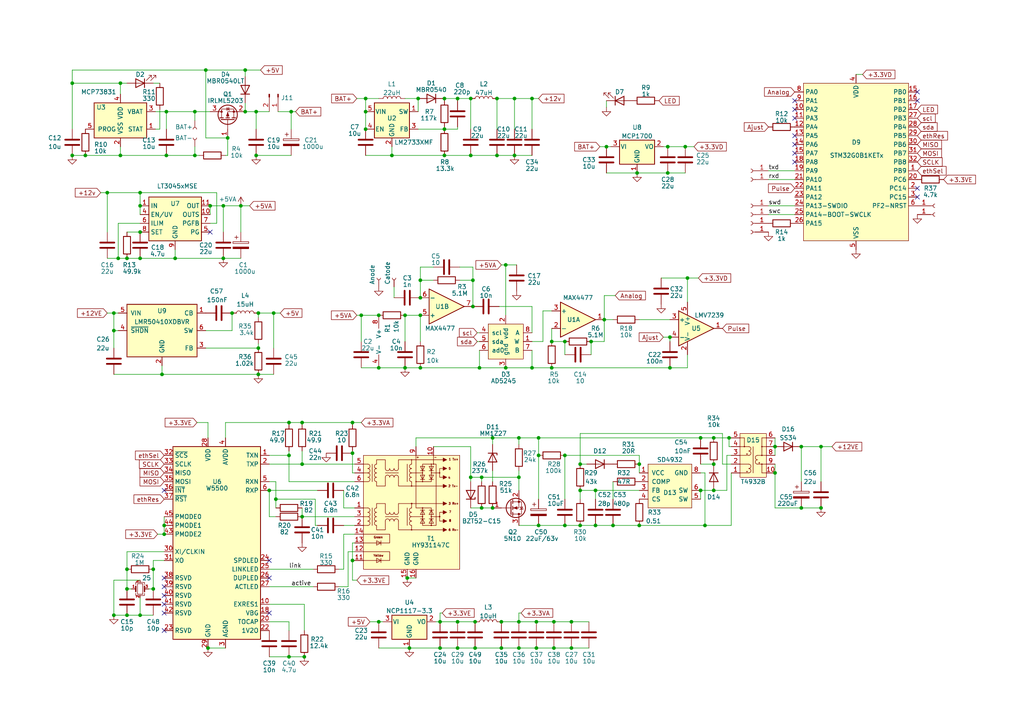
<source format=kicad_sch>
(kicad_sch (version 20211123) (generator eeschema)
  (paper "A4")
  (junction (at 136.525 45.085))
  (junction (at 203.2 127))
  (junction (at 163.83 132.08))
  (junction (at 156.21 132.08))
  (junction (at 160.02 99.06))
  (junction (at 20.955 45.085))
  (junction (at 40.64 59.69))
  (junction (at 146.685 106.68))
  (junction (at 60.325 187.96))
  (junction (at 74.93 90.805))
  (junction (at 171.45 99.06))
  (junction (at 83.82 122.555))
  (junction (at 102.235 131.445))
  (junction (at 175.895 42.545))
  (junction (at 106.045 28.575))
  (junction (at 87.63 134.62))
  (junction (at 40.64 74.93))
  (junction (at 34.29 74.93))
  (junction (at 87.63 122.555))
  (junction (at 47.625 154.94))
  (junction (at 199.39 80.645))
  (junction (at 44.45 165.1))
  (junction (at 87.63 149.86))
  (junction (at 165.735 180.34))
  (junction (at 198.755 42.545))
  (junction (at 64.77 74.93))
  (junction (at 128.905 28.575))
  (junction (at 194.31 106.68))
  (junction (at 88.265 190.5))
  (junction (at 36.83 165.1))
  (junction (at 168.275 152.4))
  (junction (at 109.855 106.68))
  (junction (at 34.925 24.13))
  (junction (at 163.83 99.06))
  (junction (at 83.82 190.5))
  (junction (at 168.275 134.62))
  (junction (at 40.64 67.31))
  (junction (at 128.905 45.085))
  (junction (at 207.01 142.24))
  (junction (at 211.455 127))
  (junction (at 121.285 28.575))
  (junction (at 203.2 142.24))
  (junction (at 194.31 97.79))
  (junction (at 139.7 147.32))
  (junction (at 56.515 45.085))
  (junction (at 156.21 127))
  (junction (at 184.785 50.165))
  (junction (at 224.79 129.54))
  (junction (at 66.04 40.005))
  (junction (at 20.955 24.13))
  (junction (at 109.855 180.34))
  (junction (at 79.375 90.805))
  (junction (at 193.675 50.165))
  (junction (at 102.235 122.555))
  (junction (at 154.305 28.575))
  (junction (at 175.26 92.71))
  (junction (at 238.125 129.54))
  (junction (at 117.475 106.68))
  (junction (at 154.305 106.68))
  (junction (at 155.575 187.96))
  (junction (at 71.12 32.385))
  (junction (at 144.145 28.575))
  (junction (at 50.8 74.93))
  (junction (at 33.02 178.435))
  (junction (at 160.655 187.96))
  (junction (at 40.64 178.435))
  (junction (at 132.715 28.575))
  (junction (at 132.715 180.34))
  (junction (at 142.875 147.32))
  (junction (at 48.26 32.385))
  (junction (at 232.41 147.32))
  (junction (at 74.295 32.385))
  (junction (at 33.02 95.885))
  (junction (at 74.295 45.085))
  (junction (at 132.715 187.96))
  (junction (at 185.42 152.4))
  (junction (at 137.795 180.34))
  (junction (at 139.065 106.68))
  (junction (at 139.7 138.43))
  (junction (at 168.275 142.24))
  (junction (at 74.93 108.585))
  (junction (at 145.415 180.34))
  (junction (at 67.31 90.805))
  (junction (at 204.47 152.4))
  (junction (at 46.99 108.585))
  (junction (at 177.8 152.4))
  (junction (at 232.41 129.54))
  (junction (at 172.72 152.4))
  (junction (at 150.495 138.43))
  (junction (at 44.45 170.815))
  (junction (at 137.16 88.9))
  (junction (at 224.79 137.16))
  (junction (at 31.115 55.88))
  (junction (at 83.82 132.08))
  (junction (at 104.775 91.44))
  (junction (at 146.685 76.835))
  (junction (at 142.875 127))
  (junction (at 59.69 20.32))
  (junction (at 185.42 134.62))
  (junction (at 56.515 32.385))
  (junction (at 145.415 187.96))
  (junction (at 40.64 55.88))
  (junction (at 33.02 90.805))
  (junction (at 150.495 127))
  (junction (at 64.77 59.69))
  (junction (at 117.475 91.44))
  (junction (at 156.21 152.4))
  (junction (at 155.575 180.34))
  (junction (at 109.855 91.44))
  (junction (at 149.225 45.085))
  (junction (at 121.92 106.68))
  (junction (at 149.225 28.575))
  (junction (at 71.12 20.32))
  (junction (at 136.525 28.575))
  (junction (at 118.11 167.64))
  (junction (at 80.01 144.78))
  (junction (at 121.92 91.44))
  (junction (at 150.495 180.34))
  (junction (at 137.16 81.28))
  (junction (at 121.92 86.36))
  (junction (at 106.045 37.465))
  (junction (at 238.125 147.32))
  (junction (at 36.83 170.815))
  (junction (at 144.145 45.085))
  (junction (at 137.795 187.96))
  (junction (at 207.01 127))
  (junction (at 207.01 134.62))
  (junction (at 193.675 42.545))
  (junction (at 24.765 45.085))
  (junction (at 128.905 37.465))
  (junction (at 84.455 32.385))
  (junction (at 102.235 162.56))
  (junction (at 160.02 106.68))
  (junction (at 78.105 142.24))
  (junction (at 150.495 187.96))
  (junction (at 172.72 142.24))
  (junction (at 165.735 187.96))
  (junction (at 160.655 180.34))
  (junction (at 36.83 74.93))
  (junction (at 127.635 180.34))
  (junction (at 136.525 138.43))
  (junction (at 74.93 100.965))
  (junction (at 60.96 59.69))
  (junction (at 48.26 45.085))
  (junction (at 34.925 45.085))
  (junction (at 69.85 59.69))
  (junction (at 36.83 178.435))
  (junction (at 47.625 152.4))
  (junction (at 118.745 187.96))
  (junction (at 163.83 152.4))
  (junction (at 127.635 187.96))
  (junction (at 121.92 81.28))
  (junction (at 113.665 45.085))
  (junction (at 106.045 32.385))
  (no_connect (at 266.065 26.67))
  (no_connect (at 78.105 162.56))
  (no_connect (at 230.505 31.75))
  (no_connect (at 78.105 167.64))
  (no_connect (at 60.96 67.31))
  (no_connect (at 266.065 54.61))
  (no_connect (at 230.505 29.21))
  (no_connect (at 47.625 182.88))
  (no_connect (at 230.505 41.91))
  (no_connect (at 47.625 170.18))
  (no_connect (at 47.625 175.26))
  (no_connect (at 47.625 167.64))
  (no_connect (at 230.505 44.45))
  (no_connect (at 47.625 142.24))
  (no_connect (at 47.625 172.72))
  (no_connect (at 230.505 34.29))
  (no_connect (at 230.505 39.37))
  (no_connect (at 266.065 57.15))
  (no_connect (at 47.625 177.8))
  (no_connect (at 266.065 29.21))
  (no_connect (at 78.105 177.8))
  (no_connect (at 230.505 46.99))
  (wire (pts (xy 128.27 177.8) (xy 127.635 177.8)))
  (wire (pts (xy 74.295 45.085) (xy 84.455 45.085)))
  (wire (pts (xy 83.82 190.5) (xy 88.265 190.5)))
  (wire (pts (xy 172.72 152.4) (xy 177.8 152.4)))
  (wire (pts (xy 149.225 28.575) (xy 154.305 28.575)))
  (wire (pts (xy 46.355 31.75) (xy 46.355 37.465)))
  (wire (pts (xy 144.145 45.085) (xy 149.225 45.085)))
  (wire (pts (xy 33.02 95.885) (xy 33.02 100.965)))
  (wire (pts (xy 80.01 139.7) (xy 80.01 144.78)))
  (wire (pts (xy 128.905 37.465) (xy 121.285 37.465)))
  (wire (pts (xy 69.85 59.69) (xy 72.39 59.69)))
  (wire (pts (xy 210.82 132.08) (xy 212.09 132.08)))
  (wire (pts (xy 36.83 74.93) (xy 40.64 74.93)))
  (wire (pts (xy 62.865 55.88) (xy 40.64 55.88)))
  (wire (pts (xy 137.795 187.96) (xy 145.415 187.96)))
  (wire (pts (xy 56.515 45.085) (xy 57.785 45.085)))
  (wire (pts (xy 138.43 96.52) (xy 139.065 96.52)))
  (wire (pts (xy 144.78 88.9) (xy 154.305 88.9)))
  (wire (pts (xy 99.695 142.24) (xy 99.695 147.32)))
  (wire (pts (xy 150.495 180.34) (xy 155.575 180.34)))
  (wire (pts (xy 46.99 108.585) (xy 74.93 108.585)))
  (wire (pts (xy 150.495 127) (xy 150.495 128.905)))
  (wire (pts (xy 203.2 142.24) (xy 203.2 144.78)))
  (wire (pts (xy 71.12 20.32) (xy 59.69 20.32)))
  (wire (pts (xy 127.635 180.34) (xy 132.715 180.34)))
  (wire (pts (xy 142.875 128.905) (xy 142.875 127)))
  (wire (pts (xy 40.64 178.435) (xy 44.45 178.435)))
  (wire (pts (xy 144.145 28.575) (xy 144.145 37.465)))
  (wire (pts (xy 168.275 142.24) (xy 172.72 142.24)))
  (wire (pts (xy 138.43 99.06) (xy 139.065 99.06)))
  (wire (pts (xy 232.41 139.7) (xy 232.41 129.54)))
  (wire (pts (xy 170.18 134.62) (xy 168.275 134.62)))
  (wire (pts (xy 43.18 170.815) (xy 44.45 170.815)))
  (wire (pts (xy 83.82 132.08) (xy 78.105 132.08)))
  (wire (pts (xy 199.39 102.87) (xy 199.39 106.68)))
  (wire (pts (xy 74.93 90.805) (xy 79.375 90.805)))
  (wire (pts (xy 66.04 40.005) (xy 59.69 40.005)))
  (wire (pts (xy 56.515 32.385) (xy 56.515 34.925)))
  (wire (pts (xy 87.63 122.555) (xy 102.235 122.555)))
  (wire (pts (xy 90.805 165.1) (xy 78.105 165.1)))
  (wire (pts (xy 117.475 91.44) (xy 117.475 99.06)))
  (wire (pts (xy 84.455 32.385) (xy 85.725 32.385)))
  (wire (pts (xy 163.83 132.08) (xy 185.42 132.08)))
  (wire (pts (xy 203.2 127) (xy 207.01 127)))
  (wire (pts (xy 211.455 127) (xy 211.455 129.54)))
  (wire (pts (xy 79.375 90.805) (xy 81.28 90.805)))
  (wire (pts (xy 59.69 20.32) (xy 59.69 40.005)))
  (wire (pts (xy 136.525 28.575) (xy 136.525 37.465)))
  (wire (pts (xy 121.285 28.575) (xy 117.475 28.575)))
  (wire (pts (xy 31.115 55.88) (xy 31.115 67.31)))
  (wire (pts (xy 74.93 100.965) (xy 74.93 99.695)))
  (wire (pts (xy 36.83 170.815) (xy 38.1 170.815)))
  (wire (pts (xy 171.45 99.06) (xy 171.45 102.87)))
  (wire (pts (xy 149.225 45.085) (xy 154.305 45.085)))
  (wire (pts (xy 192.405 42.545) (xy 193.675 42.545)))
  (wire (pts (xy 203.2 137.16) (xy 204.47 137.16)))
  (wire (pts (xy 84.455 32.385) (xy 84.455 37.465)))
  (wire (pts (xy 102.87 154.94) (xy 99.695 154.94)))
  (wire (pts (xy 107.315 180.34) (xy 109.855 180.34)))
  (wire (pts (xy 34.29 74.93) (xy 36.83 74.93)))
  (wire (pts (xy 154.305 88.9) (xy 154.305 96.52)))
  (wire (pts (xy 100.965 160.02) (xy 100.965 170.18)))
  (wire (pts (xy 139.065 101.6) (xy 139.065 106.68)))
  (wire (pts (xy 185.42 132.08) (xy 185.42 134.62)))
  (wire (pts (xy 79.375 90.805) (xy 79.375 100.965)))
  (wire (pts (xy 194.31 106.68) (xy 199.39 106.68)))
  (wire (pts (xy 120.65 127) (xy 142.875 127)))
  (wire (pts (xy 150.495 152.4) (xy 156.21 152.4)))
  (wire (pts (xy 203.2 134.62) (xy 207.01 134.62)))
  (wire (pts (xy 157.48 90.17) (xy 157.48 99.06)))
  (wire (pts (xy 87.63 130.81) (xy 87.63 134.62)))
  (wire (pts (xy 185.42 134.62) (xy 185.42 137.16)))
  (wire (pts (xy 33.02 178.435) (xy 36.83 178.435)))
  (wire (pts (xy 33.02 95.885) (xy 34.29 95.885)))
  (wire (pts (xy 136.525 138.43) (xy 136.525 139.7)))
  (wire (pts (xy 56.515 42.545) (xy 56.515 45.085)))
  (wire (pts (xy 90.805 170.18) (xy 78.105 170.18)))
  (wire (pts (xy 154.305 106.68) (xy 160.02 106.68)))
  (wire (pts (xy 121.92 77.47) (xy 125.73 77.47)))
  (wire (pts (xy 33.02 90.805) (xy 33.02 95.885)))
  (wire (pts (xy 154.305 101.6) (xy 154.305 106.68)))
  (wire (pts (xy 204.47 152.4) (xy 212.09 152.4)))
  (wire (pts (xy 98.425 170.18) (xy 100.965 170.18)))
  (wire (pts (xy 238.125 129.54) (xy 238.125 139.7)))
  (wire (pts (xy 209.55 134.62) (xy 212.09 134.62)))
  (wire (pts (xy 207.01 127) (xy 211.455 127)))
  (wire (pts (xy 44.45 162.56) (xy 47.625 162.56)))
  (wire (pts (xy 165.735 180.34) (xy 170.815 180.34)))
  (wire (pts (xy 168.275 125.73) (xy 209.55 125.73)))
  (wire (pts (xy 210.82 132.08) (xy 210.82 142.24)))
  (wire (pts (xy 24.765 45.085) (xy 34.925 45.085)))
  (wire (pts (xy 175.26 85.725) (xy 178.435 85.725)))
  (wire (pts (xy 109.855 187.96) (xy 118.745 187.96)))
  (wire (pts (xy 136.525 45.085) (xy 144.145 45.085)))
  (wire (pts (xy 102.235 168.275) (xy 102.235 162.56)))
  (wire (pts (xy 74.295 32.385) (xy 78.105 32.385)))
  (wire (pts (xy 160.02 106.68) (xy 194.31 106.68)))
  (wire (pts (xy 142.875 136.525) (xy 142.875 139.7)))
  (wire (pts (xy 133.35 77.47) (xy 137.16 77.47)))
  (wire (pts (xy 154.305 28.575) (xy 156.21 28.575)))
  (wire (pts (xy 149.225 37.465) (xy 149.225 28.575)))
  (wire (pts (xy 44.45 165.1) (xy 44.45 162.56)))
  (wire (pts (xy 136.525 129.54) (xy 136.525 138.43)))
  (wire (pts (xy 78.105 180.34) (xy 83.82 180.34)))
  (wire (pts (xy 248.285 21.59) (xy 250.19 21.59)))
  (wire (pts (xy 160.02 99.06) (xy 163.83 99.06)))
  (wire (pts (xy 199.39 80.645) (xy 199.39 87.63)))
  (wire (pts (xy 102.235 123.19) (xy 102.235 122.555)))
  (wire (pts (xy 33.02 90.805) (xy 34.29 90.805)))
  (wire (pts (xy 45.72 154.94) (xy 47.625 154.94)))
  (wire (pts (xy 71.12 20.32) (xy 75.565 20.32)))
  (wire (pts (xy 177.8 152.4) (xy 185.42 152.4)))
  (wire (pts (xy 154.305 28.575) (xy 154.305 37.465)))
  (wire (pts (xy 60.325 122.555) (xy 57.15 122.555)))
  (wire (pts (xy 34.925 45.085) (xy 48.26 45.085)))
  (wire (pts (xy 175.895 42.545) (xy 177.165 42.545)))
  (wire (pts (xy 87.63 149.86) (xy 102.87 149.86)))
  (wire (pts (xy 224.79 129.54) (xy 224.79 132.08)))
  (wire (pts (xy 137.16 81.28) (xy 137.16 88.9)))
  (wire (pts (xy 71.12 29.845) (xy 71.12 32.385)))
  (wire (pts (xy 127.635 187.96) (xy 132.715 187.96)))
  (wire (pts (xy 224.79 147.32) (xy 232.41 147.32)))
  (wire (pts (xy 20.955 20.32) (xy 20.955 24.13)))
  (wire (pts (xy 102.235 162.56) (xy 102.87 162.56)))
  (wire (pts (xy 62.865 64.77) (xy 62.865 55.88)))
  (wire (pts (xy 149.225 28.575) (xy 144.145 28.575)))
  (wire (pts (xy 80.01 144.78) (xy 91.44 144.78)))
  (wire (pts (xy 80.645 32.385) (xy 84.455 32.385)))
  (wire (pts (xy 146.685 76.835) (xy 149.86 76.835)))
  (wire (pts (xy 69.85 67.31) (xy 69.85 59.69)))
  (wire (pts (xy 121.92 91.44) (xy 121.92 99.06)))
  (wire (pts (xy 175.895 50.165) (xy 184.785 50.165)))
  (wire (pts (xy 132.715 29.21) (xy 132.715 28.575)))
  (wire (pts (xy 64.77 59.69) (xy 64.77 67.31)))
  (wire (pts (xy 132.715 180.34) (xy 137.795 180.34)))
  (wire (pts (xy 154.305 99.06) (xy 157.48 99.06)))
  (wire (pts (xy 203.2 142.24) (xy 207.01 142.24)))
  (wire (pts (xy 104.775 106.68) (xy 109.855 106.68)))
  (wire (pts (xy 36.83 170.815) (xy 36.83 165.1)))
  (wire (pts (xy 20.955 24.13) (xy 20.955 37.465)))
  (wire (pts (xy 106.045 32.385) (xy 106.045 37.465)))
  (wire (pts (xy 40.64 59.69) (xy 40.64 62.23)))
  (wire (pts (xy 74.93 90.805) (xy 74.93 92.075)))
  (wire (pts (xy 56.515 32.385) (xy 60.96 32.385)))
  (wire (pts (xy 31.115 90.805) (xy 33.02 90.805)))
  (wire (pts (xy 102.235 131.445) (xy 102.235 137.16)))
  (wire (pts (xy 88.265 175.26) (xy 88.265 182.88)))
  (wire (pts (xy 103.505 91.44) (xy 104.775 91.44)))
  (wire (pts (xy 238.125 129.54) (xy 241.3 129.54)))
  (wire (pts (xy 222.885 62.23) (xy 230.505 62.23)))
  (wire (pts (xy 36.83 24.13) (xy 34.925 24.13)))
  (wire (pts (xy 20.955 24.13) (xy 34.925 24.13)))
  (wire (pts (xy 60.325 187.96) (xy 65.405 187.96)))
  (wire (pts (xy 100.965 160.02) (xy 102.87 160.02)))
  (wire (pts (xy 46.355 37.465) (xy 45.085 37.465)))
  (wire (pts (xy 45.085 32.385) (xy 48.26 32.385)))
  (wire (pts (xy 145.415 187.96) (xy 150.495 187.96)))
  (wire (pts (xy 150.495 127) (xy 156.21 127)))
  (wire (pts (xy 155.575 180.34) (xy 160.655 180.34)))
  (wire (pts (xy 121.92 86.36) (xy 121.92 81.28)))
  (wire (pts (xy 224.79 134.62) (xy 224.79 137.16)))
  (wire (pts (xy 48.26 32.385) (xy 48.26 37.465)))
  (wire (pts (xy 137.16 77.47) (xy 137.16 81.28)))
  (wire (pts (xy 121.285 32.385) (xy 121.285 28.575)))
  (wire (pts (xy 40.64 173.355) (xy 40.64 178.435)))
  (wire (pts (xy 232.41 129.54) (xy 238.125 129.54)))
  (wire (pts (xy 33.02 168.275) (xy 33.02 178.435)))
  (wire (pts (xy 50.8 72.39) (xy 50.8 74.93)))
  (wire (pts (xy 222.885 59.69) (xy 230.505 59.69)))
  (wire (pts (xy 142.875 127) (xy 150.495 127)))
  (wire (pts (xy 40.64 55.88) (xy 40.64 59.69)))
  (wire (pts (xy 104.775 91.44) (xy 109.855 91.44)))
  (wire (pts (xy 83.82 139.7) (xy 83.82 132.08)))
  (wire (pts (xy 74.93 108.585) (xy 79.375 108.585)))
  (wire (pts (xy 114.3 83.185) (xy 114.3 86.36)))
  (wire (pts (xy 104.775 91.44) (xy 104.775 99.06)))
  (wire (pts (xy 204.47 137.16) (xy 204.47 152.4)))
  (wire (pts (xy 34.925 42.545) (xy 34.925 45.085)))
  (wire (pts (xy 168.275 144.78) (xy 168.275 142.24)))
  (wire (pts (xy 34.925 24.13) (xy 34.925 27.305)))
  (wire (pts (xy 47.625 152.4) (xy 47.625 154.94)))
  (wire (pts (xy 224.79 137.16) (xy 224.79 147.32)))
  (wire (pts (xy 209.55 125.73) (xy 209.55 134.62)))
  (wire (pts (xy 155.575 187.96) (xy 160.655 187.96)))
  (wire (pts (xy 80.01 144.78) (xy 80.01 147.32)))
  (wire (pts (xy 132.715 36.83) (xy 132.715 37.465)))
  (wire (pts (xy 50.8 74.93) (xy 64.77 74.93)))
  (wire (pts (xy 199.39 80.645) (xy 202.565 80.645)))
  (wire (pts (xy 113.665 42.545) (xy 113.665 45.085)))
  (wire (pts (xy 193.675 50.165) (xy 198.755 50.165)))
  (wire (pts (xy 40.64 168.275) (xy 33.02 168.275)))
  (wire (pts (xy 47.625 149.86) (xy 47.625 152.4)))
  (wire (pts (xy 103.505 28.575) (xy 106.045 28.575)))
  (wire (pts (xy 150.495 136.525) (xy 150.495 138.43)))
  (wire (pts (xy 156.21 144.78) (xy 156.21 132.08)))
  (wire (pts (xy 59.69 95.885) (xy 67.31 95.885)))
  (wire (pts (xy 163.83 144.78) (xy 163.83 132.08)))
  (wire (pts (xy 78.105 190.5) (xy 83.82 190.5)))
  (wire (pts (xy 103.505 168.275) (xy 102.235 168.275)))
  (wire (pts (xy 175.895 29.21) (xy 175.895 31.115)))
  (wire (pts (xy 71.12 32.385) (xy 74.295 32.385)))
  (wire (pts (xy 145.415 180.34) (xy 150.495 180.34)))
  (wire (pts (xy 98.425 165.1) (xy 99.695 165.1)))
  (wire (pts (xy 128.905 36.83) (xy 128.905 37.465)))
  (wire (pts (xy 160.02 95.25) (xy 160.02 99.06)))
  (wire (pts (xy 198.755 42.545) (xy 201.295 42.545)))
  (wire (pts (xy 99.695 152.4) (xy 102.87 152.4)))
  (wire (pts (xy 48.26 45.085) (xy 56.515 45.085)))
  (wire (pts (xy 156.21 152.4) (xy 163.83 152.4)))
  (wire (pts (xy 78.105 142.24) (xy 92.075 142.24)))
  (wire (pts (xy 106.045 32.385) (xy 106.045 28.575)))
  (wire (pts (xy 145.415 76.835) (xy 146.685 76.835)))
  (wire (pts (xy 87.63 134.62) (xy 102.87 134.62)))
  (wire (pts (xy 192.405 97.79) (xy 194.31 97.79)))
  (wire (pts (xy 136.525 138.43) (xy 139.7 138.43)))
  (wire (pts (xy 146.685 106.68) (xy 154.305 106.68)))
  (wire (pts (xy 65.405 45.085) (xy 66.04 45.085)))
  (wire (pts (xy 60.96 64.77) (xy 62.865 64.77)))
  (wire (pts (xy 31.115 55.88) (xy 40.64 55.88)))
  (wire (pts (xy 46.99 106.045) (xy 46.99 108.585)))
  (wire (pts (xy 139.7 138.43) (xy 150.495 138.43)))
  (wire (pts (xy 184.785 50.165) (xy 193.675 50.165)))
  (wire (pts (xy 121.92 81.28) (xy 125.73 81.28)))
  (wire (pts (xy 173.99 42.545) (xy 175.895 42.545)))
  (wire (pts (xy 113.665 45.085) (xy 128.905 45.085)))
  (wire (pts (xy 163.83 99.06) (xy 163.83 102.87)))
  (wire (pts (xy 222.885 52.07) (xy 230.505 52.07)))
  (wire (pts (xy 31.115 74.93) (xy 34.29 74.93)))
  (wire (pts (xy 78.105 142.24) (xy 78.105 149.86)))
  (wire (pts (xy 136.525 147.32) (xy 139.7 147.32)))
  (wire (pts (xy 60.96 59.69) (xy 64.77 59.69)))
  (wire (pts (xy 211.455 129.54) (xy 212.09 129.54)))
  (wire (pts (xy 175.26 92.71) (xy 175.26 99.06)))
  (wire (pts (xy 194.31 97.79) (xy 194.31 99.06)))
  (wire (pts (xy 109.855 106.68) (xy 117.475 106.68)))
  (wire (pts (xy 127.635 177.8) (xy 127.635 180.34)))
  (wire (pts (xy 224.79 127) (xy 224.79 129.54)))
  (wire (pts (xy 150.495 142.24) (xy 150.495 138.43)))
  (wire (pts (xy 132.715 28.575) (xy 136.525 28.575)))
  (wire (pts (xy 125.73 129.54) (xy 136.525 129.54)))
  (wire (pts (xy 34.29 64.77) (xy 34.29 74.93)))
  (wire (pts (xy 106.045 28.575) (xy 109.855 28.575)))
  (wire (pts (xy 66.04 45.085) (xy 66.04 40.005)))
  (wire (pts (xy 133.35 81.28) (xy 137.16 81.28)))
  (wire (pts (xy 102.235 130.81) (xy 102.235 131.445)))
  (wire (pts (xy 139.7 138.43) (xy 139.7 139.7)))
  (wire (pts (xy 29.21 55.88) (xy 31.115 55.88)))
  (wire (pts (xy 36.83 165.1) (xy 36.83 160.02)))
  (wire (pts (xy 106.045 45.085) (xy 113.665 45.085)))
  (wire (pts (xy 40.64 64.77) (xy 34.29 64.77)))
  (wire (pts (xy 64.77 74.93) (xy 69.85 74.93)))
  (wire (pts (xy 165.735 187.96) (xy 170.815 187.96)))
  (wire (pts (xy 50.8 74.93) (xy 40.64 74.93)))
  (wire (pts (xy 83.82 130.81) (xy 83.82 132.08)))
  (wire (pts (xy 203.2 127) (xy 156.21 127)))
  (wire (pts (xy 118.745 187.96) (xy 127.635 187.96)))
  (wire (pts (xy 160.655 180.34) (xy 165.735 180.34)))
  (wire (pts (xy 78.105 139.7) (xy 80.01 139.7)))
  (wire (pts (xy 156.21 132.08) (xy 156.21 127)))
  (wire (pts (xy 121.92 81.28) (xy 121.92 77.47)))
  (wire (pts (xy 91.44 152.4) (xy 91.44 144.78)))
  (wire (pts (xy 59.69 100.965) (xy 74.93 100.965)))
  (wire (pts (xy 222.885 49.53) (xy 230.505 49.53)))
  (wire (pts (xy 78.105 134.62) (xy 87.63 134.62)))
  (wire (pts (xy 65.405 127) (xy 65.405 122.555)))
  (wire (pts (xy 185.42 92.71) (xy 194.31 92.71)))
  (wire (pts (xy 117.475 91.44) (xy 121.92 91.44)))
  (wire (pts (xy 207.01 142.24) (xy 210.82 142.24)))
  (wire (pts (xy 60.325 127) (xy 60.325 122.555)))
  (wire (pts (xy 150.495 177.8) (xy 150.495 180.34)))
  (wire (pts (xy 150.495 187.96) (xy 155.575 187.96)))
  (wire (pts (xy 118.11 167.64) (xy 120.65 167.64)))
  (wire (pts (xy 44.45 24.13) (xy 46.355 24.13)))
  (wire (pts (xy 151.13 177.8) (xy 150.495 177.8)))
  (wire (pts (xy 177.8 92.71) (xy 175.26 92.71)))
  (wire (pts (xy 44.45 170.815) (xy 44.45 165.1)))
  (wire (pts (xy 212.09 137.16) (xy 212.09 152.4)))
  (wire (pts (xy 185.42 152.4) (xy 204.47 152.4)))
  (wire (pts (xy 36.83 178.435) (xy 40.64 178.435)))
  (wire (pts (xy 78.105 149.86) (xy 80.01 149.86)))
  (wire (pts (xy 177.8 139.7) (xy 177.8 144.78)))
  (wire (pts (xy 128.905 45.085) (xy 136.525 45.085)))
  (wire (pts (xy 78.105 175.26) (xy 88.265 175.26)))
  (wire (pts (xy 99.695 154.94) (xy 99.695 165.1)))
  (wire (pts (xy 126.365 180.34) (xy 127.635 180.34)))
  (wire (pts (xy 83.82 123.19) (xy 83.82 122.555)))
  (wire (pts (xy 109.855 180.34) (xy 111.125 180.34)))
  (wire (pts (xy 146.685 76.835) (xy 146.685 91.44)))
  (wire (pts (xy 87.63 123.19) (xy 87.63 122.555)))
  (wire (pts (xy 33.02 108.585) (xy 46.99 108.585)))
  (wire (pts (xy 121.92 106.68) (xy 139.065 106.68)))
  (wire (pts (xy 36.83 67.31) (xy 40.64 67.31)))
  (wire (pts (xy 163.83 152.4) (xy 168.275 152.4)))
  (wire (pts (xy 128.905 29.21) (xy 128.905 28.575)))
  (wire (pts (xy 87.63 147.32) (xy 87.63 149.86)))
  (wire (pts (xy 132.715 37.465) (xy 128.905 37.465)))
  (wire (pts (xy 71.12 22.225) (xy 71.12 20.32)))
  (wire (pts (xy 139.065 106.68) (xy 146.685 106.68)))
  (wire (pts (xy 168.275 152.4) (xy 172.72 152.4)))
  (wire (pts (xy 117.475 106.68) (xy 121.92 106.68)))
  (wire (pts (xy 83.82 122.555) (xy 87.63 122.555)))
  (wire (pts (xy 132.715 187.96) (xy 137.795 187.96)))
  (wire (pts (xy 172.72 144.78) (xy 172.72 142.24)))
  (wire (pts (xy 128.905 28.575) (xy 132.715 28.575)))
  (wire (pts (xy 193.675 42.545) (xy 198.755 42.545)))
  (wire (pts (xy 172.72 142.24) (xy 185.42 142.24)))
  (wire (pts (xy 191.77 80.645) (xy 199.39 80.645)))
  (wire (pts (xy 168.275 125.73) (xy 168.275 134.62)))
  (wire (pts (xy 102.235 122.555) (xy 104.775 122.555)))
  (wire (pts (xy 139.7 147.32) (xy 142.875 147.32)))
  (wire (pts (xy 36.83 160.02) (xy 47.625 160.02)))
  (wire (pts (xy 91.44 152.4) (xy 92.075 152.4)))
  (wire (pts (xy 171.45 99.06) (xy 175.26 99.06)))
  (wire (pts (xy 74.295 32.385) (xy 74.295 37.465)))
  (wire (pts (xy 175.26 85.725) (xy 175.26 92.71)))
  (wire (pts (xy 102.87 157.48) (xy 102.235 157.48)))
  (wire (pts (xy 60.96 59.69) (xy 60.96 62.23)))
  (wire (pts (xy 160.02 90.17) (xy 157.48 90.17)))
  (wire (pts (xy 20.955 20.32) (xy 59.69 20.32)))
  (wire (pts (xy 211.455 127) (xy 212.09 127)))
  (wire (pts (xy 160.655 187.96) (xy 165.735 187.96)))
  (wire (pts (xy 99.695 147.32) (xy 102.87 147.32)))
  (wire (pts (xy 83.82 180.34) (xy 83.82 182.88)))
  (wire (pts (xy 102.87 139.7) (xy 83.82 139.7)))
  (wire (pts (xy 65.405 122.555) (xy 83.82 122.555)))
  (wire (pts (xy 232.41 147.32) (xy 238.125 147.32)))
  (wire (pts (xy 67.31 95.885) (xy 67.31 90.805)))
  (wire (pts (xy 48.26 32.385) (xy 56.515 32.385)))
  (wire (pts (xy 120.65 129.54) (xy 120.65 127)))
  (wire (pts (xy 102.235 137.16) (xy 102.87 137.16)))
  (wire (pts (xy 20.955 45.085) (xy 24.765 45.085)))
  (wire (pts (xy 102.235 157.48) (xy 102.235 162.56)))
  (wire (pts (xy 64.77 59.69) (xy 69.85 59.69)))
  (label "swd" (at 222.885 59.69 0))
  (label "active" (at 84.455 170.18 0))
  (label "rxd" (at 222.885 52.07 0))
  (label "swc" (at 222.885 62.23 0))
  (label "link" (at 83.82 165.1 0))
  (label "txd" (at 222.885 49.53 0))
  (global_label "BAT+" (shape input) (at 103.505 28.575 180) (property "Обозначения листов" "${INTERSHEET_REFS}" (effects hide)))
  (global_label "LED" (shape input) (at 266.065 31.75 0) (property "Обозначения листов" "${INTERSHEET_REFS}" (effects hide)))
  (global_label "+3.3VE" (shape input) (at 57.15 122.555 180) (property "Обозначения листов" "${INTERSHEET_REFS}" (effects hide)))
  (global_label "scl" (shape input) (at 138.43 96.52 180) (property "Обозначения листов" "${INTERSHEET_REFS}" (effects hide)))
  (global_label "+5V" (shape input) (at 75.565 20.32 0) (property "Обозначения листов" "${INTERSHEET_REFS}" (effects hide)))
  (global_label "ethSel" (shape input) (at 47.625 132.08 180) (property "Обозначения листов" "${INTERSHEET_REFS}" (effects hide)))
  (global_label "ethRes" (shape input) (at 47.625 144.78 180) (property "Обозначения листов" "${INTERSHEET_REFS}" (effects hide)))
  (global_label "Pulse" (shape input) (at 230.505 54.61 180) (property "Обозначения листов" "${INTERSHEET_REFS}" (effects hide)))
  (global_label "+5V" (shape input) (at 107.315 180.34 180) (property "Обозначения листов" "${INTERSHEET_REFS}" (effects hide)))
  (global_label "MISO" (shape input) (at 266.065 41.91 0) (property "Обозначения листов" "${INTERSHEET_REFS}" (effects hide)))
  (global_label "BAT+" (shape input) (at 85.725 32.385 0) (property "Обозначения листов" "${INTERSHEET_REFS}" (effects hide)))
  (global_label "Pulse" (shape input) (at 209.55 95.25 0) (property "Обозначения листов" "${INTERSHEET_REFS}" (effects hide)))
  (global_label "+3.3VD" (shape input) (at 250.19 21.59 0) (property "Обозначения листов" "${INTERSHEET_REFS}" (effects hide)))
  (global_label "SCLK" (shape input) (at 266.065 46.99 0) (property "Обозначения листов" "${INTERSHEET_REFS}" (effects hide)))
  (global_label "MOSI" (shape input) (at 47.625 139.7 180) (property "Обозначения листов" "${INTERSHEET_REFS}" (effects hide)))
  (global_label "LED" (shape input) (at 191.135 29.21 0) (property "Обозначения листов" "${INTERSHEET_REFS}" (effects hide)))
  (global_label "+12v" (shape input) (at 29.21 55.88 180) (property "Обозначения листов" "${INTERSHEET_REFS}" (effects hide)))
  (global_label "scl" (shape input) (at 266.065 34.29 0) (property "Обозначения листов" "${INTERSHEET_REFS}" (effects hide)))
  (global_label "Analog" (shape input) (at 230.505 26.67 180) (property "Обозначения листов" "${INTERSHEET_REFS}" (effects hide)))
  (global_label "MISO" (shape input) (at 47.625 137.16 180) (property "Обозначения листов" "${INTERSHEET_REFS}" (effects hide)))
  (global_label "sda" (shape input) (at 266.065 36.83 0) (property "Обозначения листов" "${INTERSHEET_REFS}" (effects hide)))
  (global_label "+3.3VD" (shape input) (at 202.565 80.645 0) (property "Обозначения листов" "${INTERSHEET_REFS}" (effects hide)))
  (global_label "+3.3VD" (shape input) (at 201.295 42.545 0) (property "Обозначения листов" "${INTERSHEET_REFS}" (effects hide)))
  (global_label "ethRes" (shape input) (at 266.065 39.37 0) (property "Обозначения листов" "${INTERSHEET_REFS}" (effects hide)))
  (global_label "BAT+" (shape input) (at 173.99 42.545 180) (property "Обозначения листов" "${INTERSHEET_REFS}" (effects hide)))
  (global_label "Analog" (shape input) (at 178.435 85.725 0) (property "Обозначения листов" "${INTERSHEET_REFS}" (effects hide)))
  (global_label "+5VA" (shape input) (at 103.505 91.44 180) (property "Обозначения листов" "${INTERSHEET_REFS}" (effects hide)))
  (global_label "+3.3VE" (shape input) (at 45.72 154.94 180) (property "Обозначения листов" "${INTERSHEET_REFS}" (effects hide)))
  (global_label "MOSI" (shape input) (at 266.065 44.45 0) (property "Обозначения листов" "${INTERSHEET_REFS}" (effects hide)))
  (global_label "+3.3VA" (shape input) (at 151.13 177.8 0) (property "Обозначения листов" "${INTERSHEET_REFS}" (effects hide)))
  (global_label "+3.3VE" (shape input) (at 273.685 52.07 0) (property "Обозначения листов" "${INTERSHEET_REFS}" (effects hide)))
  (global_label "+5V" (shape input) (at 81.28 90.805 0) (property "Обозначения листов" "${INTERSHEET_REFS}" (effects hide)))
  (global_label "+12VE" (shape input) (at 31.115 90.805 180) (property "Обозначения листов" "${INTERSHEET_REFS}" (effects hide)))
  (global_label "+5VA" (shape input) (at 72.39 59.69 0) (property "Обозначения листов" "${INTERSHEET_REFS}" (effects hide)))
  (global_label "+5VA" (shape input) (at 145.415 76.835 180) (property "Обозначения листов" "${INTERSHEET_REFS}" (effects hide)))
  (global_label "+12VE" (shape input) (at 241.3 129.54 0) (property "Обозначения листов" "${INTERSHEET_REFS}" (effects hide)))
  (global_label "+3.3VE" (shape input) (at 128.27 177.8 0) (property "Обозначения листов" "${INTERSHEET_REFS}" (effects hide)))
  (global_label "+12v" (shape input) (at 156.21 28.575 0) (property "Обозначения листов" "${INTERSHEET_REFS}" (effects hide)))
  (global_label "+3.3VE" (shape input) (at 103.505 168.275 0) (property "Обозначения листов" "${INTERSHEET_REFS}" (effects hide)))
  (global_label "SCLK" (shape input) (at 47.625 134.62 180) (property "Обозначения листов" "${INTERSHEET_REFS}" (effects hide)))
  (global_label "Ajust" (shape input) (at 192.405 97.79 180) (property "Обозначения листов" "${INTERSHEET_REFS}" (effects hide)))
  (global_label "+3.3VA" (shape input) (at 104.775 122.555 0) (property "Обозначения листов" "${INTERSHEET_REFS}" (effects hide)))
  (global_label "Ajust" (shape input) (at 222.885 36.83 180) (property "Обозначения листов" "${INTERSHEET_REFS}" (effects hide)))
  (global_label "sda" (shape input) (at 138.43 99.06 180) (property "Обозначения листов" "${INTERSHEET_REFS}" (effects hide)))
  (global_label "ethSel" (shape input) (at 266.065 49.53 0) (property "Обозначения листов" "${INTERSHEET_REFS}" (effects hide)))
  (symbol (lib_id "Device:R") (at 226.695 64.77 90) (mirror x) (unit 1)
    (property "Reference" "R14" (at 226.695 67.31 90))
    (property "Value" "1k" (at 226.695 69.215 90))
    (property "Footprint" "Resistor_SMD:R_0603_1608Metric" (effects hide))
  )
  (symbol (lib_id "Device:C") (at 144.145 41.275 180) (unit 1)
    (property "Reference" "C10" (at 146.05 37.465 0))
    (property "Value" "22u" (at 146.05 39.37 0))
    (property "Footprint" "Capacitor_SMD:C_0805_2012Metric" (effects hide))
  )
  (symbol (lib_id "Device:R") (at 269.875 52.07 90) (mirror x) (unit 1)
    (property "Reference" "R37" (at 269.875 54.61 90))
    (property "Value" "4.7k" (at 269.875 56.515 90))
    (property "Footprint" "Resistor_SMD:R_0603_1608Metric" (effects hide))
  )
  (symbol (lib_id "Device:R") (at 128.905 41.275 0) (unit 1)
    (property "Reference" "R8" (at 127.635 46.99 0) (effects (justify left)))
    (property "Value" "13.3k" (at 126.365 48.895 0) (effects (justify left)))
    (property "Footprint" "Resistor_SMD:R_0603_1608Metric" (effects hide))
  )
  (symbol (lib_id "Device:C") (at 31.115 71.12 180) (unit 1)
    (property "Reference" "C16" (at 31.115 76.835 0))
    (property "Value" "22u" (at 31.115 78.74 0))
    (property "Footprint" "Capacitor_SMD:C_0603_1608Metric" (effects hide))
  )
  (symbol (lib_id "Device:R") (at 187.325 29.21 270) (unit 1)
    (property "Reference" "R9" (at 187.325 25.4 90))
    (property "Value" "1k" (at 187.325 27.305 90))
    (property "Footprint" "Resistor_SMD:R_0603_1608Metric" (effects hide))
  )
  (symbol (lib_id "Device:R") (at 24.765 41.275 0) (unit 1)
    (property "Reference" "R10" (at 27.305 41.91 0) (effects (justify left)))
    (property "Value" "10k" (at 27.305 43.815 0) (effects (justify left)))
    (property "Footprint" "Resistor_SMD:R_0603_1608Metric" (effects hide))
  )
  (symbol (lib_id "Device:C") (at 193.675 46.355 180) (unit 1)
    (property "Reference" "C28" (at 193.675 52.07 0))
    (property "Value" "22u" (at 193.675 53.975 0))
    (property "Footprint" "Capacitor_SMD:C_0603_1608Metric" (effects hide))
  )
  (symbol (lib_id "Device:C") (at 136.525 41.275 180) (unit 1)
    (property "Reference" "C9" (at 138.43 37.465 0))
    (property "Value" "22u" (at 138.43 39.37 0))
    (property "Footprint" "Capacitor_SMD:C_0805_2012Metric" (effects hide))
  )
  (symbol (lib_id "power:GND") (at 149.225 45.085 0) (unit 1)
    (property "Reference" "#PWR0103" (effects hide))
    (property "Value" "GND" (effects hide))
  )
  (symbol (lib_id "Regulator_Linear:NCP1117-3.3_SOT223") (at 118.745 180.34 0) (unit 1)
    (property "Reference" "U4" (at 118.745 174.7352 0))
    (property "Value" "NCP1117-3.3" (at 118.745 177.165 0))
    (property "Footprint" "Package_TO_SOT_SMD:SOT-223-3_TabPin2" (effects hide))
    (property "Datasheet" "http://www.onsemi.com/pub_link/Collateral/NCP1117-D.PDF" (effects hide))
  )
  (symbol (lib_id "Device:C") (at 78.105 186.69 0) (unit 1)
    (property "Reference" "C39" (at 78.105 192.405 0))
    (property "Value" "10n" (at 78.105 194.31 0))
    (property "Footprint" "Capacitor_SMD:C_0603_1608Metric" (effects hide))
  )
  (symbol (lib_id "Connector:Conn_01x01_Female") (at 217.805 59.69 180) (unit 1)
    (property "Reference" "J6" (effects hide))
    (property "Value" "Conn_01x01_Female" (effects hide))
    (property "Footprint" "lib:conn_mini" (effects hide))
  )
  (symbol (lib_id "Device:C") (at 154.305 41.275 180) (unit 1)
    (property "Reference" "C34" (at 154.305 46.99 0))
    (property "Value" "22u" (at 154.305 48.895 0))
    (property "Footprint" "Capacitor_SMD:C_0805_2012Metric" (effects hide))
  )
  (symbol (lib_id "Device:R") (at 167.64 99.06 90) (unit 1)
    (property "Reference" "R6" (at 172.72 95.25 90))
    (property "Value" "5.1M" (at 172.72 97.155 90))
    (property "Footprint" "Resistor_SMD:R_0603_1608Metric" (effects hide))
  )
  (symbol (lib_id "Device:C") (at 165.735 184.15 180) (unit 1)
    (property "Reference" "C27" (at 165.735 189.865 0))
    (property "Value" "10u" (at 165.735 191.77 0))
    (property "Footprint" "Capacitor_SMD:C_0603_1608Metric" (effects hide))
  )
  (symbol (lib_id "power:GND") (at 266.065 62.23 0) (mirror y) (unit 1)
    (property "Reference" "#PWR05" (effects hide))
    (property "Value" "GND" (effects hide))
  )
  (symbol (lib_id "Battery_Management:MCP73831-2-OT") (at 34.925 34.925 0) (unit 1)
    (property "Reference" "U3" (at 27.94 31.115 0) (effects (justify left)))
    (property "Value" "MCP73831" (at 23.495 26.67 0) (effects (justify left)))
    (property "Footprint" "Package_TO_SOT_SMD:SOT-23-5" (effects hide))
    (property "Datasheet" "http://ww1.microchip.com/downloads/en/DeviceDoc/20001984g.pdf" (effects hide))
  )
  (symbol (lib_id "Device:C") (at 137.795 184.15 180) (unit 1)
    (property "Reference" "C49" (at 137.795 189.865 0))
    (property "Value" "10u" (at 137.795 191.77 0))
    (property "Footprint" "Capacitor_SMD:C_0402_1005Metric" (effects hide))
  )
  (symbol (lib_id "Device:C") (at 79.375 104.775 180) (unit 1)
    (property "Reference" "C45" (at 84.455 103.505 0))
    (property "Value" "22u" (at 84.455 105.41 0))
    (property "Footprint" "Capacitor_SMD:C_0805_2012Metric" (effects hide))
  )
  (symbol (lib_id "Amplifier_Operational:AD8676xR") (at 109.855 99.06 0) (unit 3)
    (property "Reference" "U1" (effects hide))
    (property "Value" "MAX4477" (effects hide))
    (property "Footprint" "Package_SO:SSOP-8_2.95x2.8mm_P0.65mm" (effects hide))
    (property "Datasheet" "https://www.analog.com/media/en/technical-documentation/data-sheets/AD8676.pdf" (effects hide))
  )
  (symbol (lib_id "Device:C") (at 87.63 153.67 180) (unit 1)
    (property "Reference" "C41" (at 92.075 153.67 0))
    (property "Value" "10n" (at 92.075 155.575 0))
    (property "Footprint" "Capacitor_SMD:C_0603_1608Metric" (effects hide))
  )
  (symbol (lib_id "Device:C") (at 149.86 80.645 180) (unit 1)
    (property "Reference" "C17" (at 154.94 80.01 0))
    (property "Value" "22u" (at 154.94 81.915 0))
    (property "Footprint" "Capacitor_SMD:C_0603_1608Metric" (effects hide))
  )
  (symbol (lib_id "Anemometer_200_G473-rescue:AD5245-My_Library-My_Library-Anemometer_200_G473-rescue-Anemometer_200_G473-rescue-Anemometer_200_G473-rescue") (at 146.685 101.6 0) (unit 1)
    (property "Reference" "D3" (at 146.685 108.585 0))
    (property "Value" "AD5245" (at 146.05 110.49 0))
    (property "Footprint" "Package_TO_SOT_SMD:SOT-23-8_Handsoldering" (effects hide))
  )
  (symbol (lib_id "Device:C") (at 203.2 130.81 0) (unit 1)
    (property "Reference" "C54" (at 195.58 128.27 0) (effects (justify left)))
    (property "Value" "10nF" (at 195.58 130.81 0) (effects (justify left)))
    (property "Footprint" "Capacitor_SMD:C_0603_1608Metric" (effects hide))
  )
  (symbol (lib_id "Connector:Conn_01x01_Female") (at 217.805 49.53 0) (mirror y) (unit 1)
    (property "Reference" "J1" (effects hide))
    (property "Value" "Conn_01x01_Female" (effects hide))
    (property "Footprint" "lib:conn_mini" (effects hide))
  )
  (symbol (lib_id "power:GND") (at 175.895 31.115 0) (unit 1)
    (property "Reference" "#PWR020" (effects hide))
    (property "Value" "GND" (effects hide))
  )
  (symbol (lib_id "Device:R") (at 83.82 147.32 90) (unit 1)
    (property "Reference" "R19" (at 90.805 146.05 90) (effects (justify left)))
    (property "Value" "82" (at 90.805 147.955 90) (effects (justify left)))
    (property "Footprint" "Resistor_SMD:R_0603_1608Metric" (effects hide))
  )
  (symbol (lib_id "Device:C") (at 150.495 184.15 180) (unit 1)
    (property "Reference" "C36" (at 150.495 189.865 0))
    (property "Value" "10u" (at 150.495 191.77 0))
    (property "Footprint" "Capacitor_SMD:C_0603_1608Metric" (effects hide))
  )
  (symbol (lib_id "Device:R") (at 129.54 81.28 90) (unit 1)
    (property "Reference" "R3" (at 133.985 83.185 90))
    (property "Value" "5.1M" (at 133.35 85.09 90))
    (property "Footprint" "Resistor_SMD:R_0603_1608Metric" (effects hide))
  )
  (symbol (lib_id "Device:C") (at 191.77 84.455 180) (unit 1)
    (property "Reference" "C32" (at 196.215 83.82 0))
    (property "Value" "22u" (at 196.215 85.725 0))
    (property "Footprint" "Capacitor_SMD:C_0603_1608Metric" (effects hide))
  )
  (symbol (lib_id "Connector:Conn_01x01_Female") (at 217.805 67.31 0) (mirror y) (unit 1)
    (property "Reference" "J3" (effects hide))
    (property "Value" "Conn_01x01_Female" (effects hide))
    (property "Footprint" "lib:conn_mini" (effects hide))
  )
  (symbol (lib_id "Comparator:LMV7219M5") (at 201.93 95.25 0) (unit 1)
    (property "Reference" "U5" (at 201.93 95.25 0))
    (property "Value" "LMV7239" (at 205.74 91.44 0))
    (property "Footprint" "Package_TO_SOT_SMD:SOT-23-5" (effects hide))
    (property "Datasheet" "https://www.ti.com/lit/ds/symlink/lmv7219.pdf" (effects hide))
  )
  (symbol (lib_id "Regulator_Linear:LT3045xMSE") (at 50.8 62.23 0) (unit 1)
    (property "Reference" "U7" (at 50.8 59.055 0))
    (property "Value" "LT3045xMSE" (at 51.435 53.975 0))
    (property "Footprint" "Package_SO:MSOP-12-1EP_3x4mm_P0.65mm_EP1.65x2.85mm" (effects hide))
    (property "Datasheet" "https://www.analog.com/media/en/technical-documentation/data-sheets/3045fa.pdf" (effects hide))
  )
  (symbol (lib_id "Regulator_Switching:LM2733XMF") (at 113.665 34.925 0) (unit 1)
    (property "Reference" "U2" (at 113.665 34.29 0))
    (property "Value" "LM2733XMF" (at 120.015 41.275 0))
    (property "Footprint" "Package_TO_SOT_SMD:SOT-23-5" (effects hide))
    (property "Datasheet" "http://www.ti.com/lit/ds/symlink/lm2733.pdf" (effects hide))
  )
  (symbol (lib_id "Device:C") (at 106.045 41.275 180) (unit 1)
    (property "Reference" "C7" (at 102.87 36.83 0))
    (property "Value" "10u" (at 102.87 38.735 0))
    (property "Footprint" "Capacitor_SMD:C_0805_2012Metric" (effects hide))
  )
  (symbol (lib_id "Device:Q_NMOS_GSD") (at 147.955 147.32 0) (mirror x) (unit 1)
    (property "Reference" "Q2" (at 147.32 154.305 0) (effects (justify left)))
    (property "Value" "5N10" (at 146.05 156.21 0) (effects (justify left)))
    (property "Footprint" "Package_TO_SOT_SMD:SOT-23" (effects hide))
  )
  (symbol (lib_id "Anemometr-rescue:SD4932B-My_Library") (at 194.31 140.97 0) (unit 1)
    (property "Reference" "D13" (at 194.31 142.875 0))
    (property "Value" "SD4932" (at 194.31 133.35 0))
    (property "Footprint" "Package_SO:SOIC-8-N7_3.9x4.9mm_P1.27mm" (effects hide))
  )
  (symbol (lib_id "Device:C") (at 64.77 71.12 180) (unit 1)
    (property "Reference" "C20" (at 59.69 71.12 0))
    (property "Value" "22u" (at 59.69 73.025 0))
    (property "Footprint" "Capacitor_SMD:C_0603_1608Metric" (effects hide))
  )
  (symbol (lib_id "Device:C") (at 175.895 46.355 180) (unit 1)
    (property "Reference" "C33" (at 170.815 46.355 0))
    (property "Value" "10u" (at 170.815 48.26 0))
    (property "Footprint" "Capacitor_SMD:C_0603_1608Metric" (effects hide))
  )
  (symbol (lib_id "Device:R") (at 150.495 132.715 0) (unit 1)
    (property "Reference" "R27" (at 155.575 131.445 0) (effects (justify right)))
    (property "Value" "24k" (at 155.575 133.35 0) (effects (justify right)))
    (property "Footprint" "Resistor_SMD:R_0603_1608Metric" (effects hide))
  )
  (symbol (lib_id "Device:C") (at 109.855 184.15 180) (unit 1)
    (property "Reference" "C23" (at 104.775 182.88 0))
    (property "Value" "22u" (at 104.775 184.785 0))
    (property "Footprint" "Capacitor_SMD:C_0805_2012Metric" (effects hide))
  )
  (symbol (lib_id "Device:R") (at 142.875 143.51 0) (unit 1)
    (property "Reference" "R25" (at 148.59 140.335 0) (effects (justify right)))
    (property "Value" "51k" (at 148.59 142.24 0) (effects (justify right)))
    (property "Footprint" "Resistor_SMD:R_0603_1608Metric" (effects hide))
  )
  (symbol (lib_id "Device:R") (at 46.355 27.94 0) (unit 1)
    (property "Reference" "R11" (at 41.275 26.67 0) (effects (justify left)))
    (property "Value" "330" (at 41.275 28.575 0) (effects (justify left)))
    (property "Footprint" "Resistor_SMD:R_0603_1608Metric" (effects hide))
  )
  (symbol (lib_id "power:GND") (at 60.325 187.96 0) (unit 1)
    (property "Reference" "#PWR016" (effects hide))
    (property "Value" "GND" (effects hide))
  )
  (symbol (lib_id "Device:C") (at 194.31 102.87 180) (unit 1)
    (property "Reference" "C22" (at 189.865 102.87 0))
    (property "Value" "100n" (at 189.865 104.775 0))
    (property "Footprint" "Capacitor_SMD:C_0603_1608Metric" (effects hide))
  )
  (symbol (lib_id "Device:C") (at 172.72 148.59 0) (unit 1)
    (property "Reference" "C52" (at 173.355 143.51 0) (effects (justify left)))
    (property "Value" "28p" (at 173.355 146.05 0) (effects (justify left)))
    (property "Footprint" "Capacitor_SMD:C_0603_1608Metric" (effects hide))
  )
  (symbol (lib_id "Device:R") (at 185.42 148.59 0) (unit 1)
    (property "Reference" "R33" (at 191.77 148.59 0) (effects (justify right)))
    (property "Value" "0.51" (at 191.77 151.13 0) (effects (justify right)))
    (property "Footprint" "Resistor_SMD:R_0603_1608Metric" (effects hide))
  )
  (symbol (lib_id "Device:C") (at 238.125 143.51 0) (unit 1)
    (property "Reference" "C56" (at 233.045 137.16 0) (effects (justify left)))
    (property "Value" "22u" (at 233.045 139.7 0) (effects (justify left)))
    (property "Footprint" "Capacitor_SMD:C_0805_2012Metric" (effects hide))
  )
  (symbol (lib_id "Device:C") (at 129.54 77.47 90) (unit 1)
    (property "Reference" "C5" (at 126.365 74.295 90))
    (property "Value" "10" (at 126.365 76.2 90))
    (property "Footprint" "Capacitor_SMD:C_0603_1608Metric" (effects hide))
  )
  (symbol (lib_id "Device:R") (at 160.02 102.87 0) (unit 1)
    (property "Reference" "R5" (at 159.385 108.585 0) (effects (justify left)))
    (property "Value" "10k" (at 158.75 110.49 0) (effects (justify left)))
    (property "Footprint" "Resistor_SMD:R_0603_1608Metric" (effects hide))
  )
  (symbol (lib_id "Device:R") (at 102.235 127 0) (unit 1)
    (property "Reference" "R23" (at 97.155 125.73 0) (effects (justify left)))
    (property "Value" "10" (at 97.79 127.635 0) (effects (justify left)))
    (property "Footprint" "Resistor_SMD:R_0603_1608Metric" (effects hide))
  )
  (symbol (lib_id "Device:C") (at 118.11 86.36 90) (unit 1)
    (property "Reference" "C3" (at 118.11 80.645 90))
    (property "Value" "1n" (at 118.11 82.55 90))
    (property "Footprint" "Capacitor_SMD:C_0603_1608Metric" (effects hide))
  )
  (symbol (lib_id "power:GND") (at 87.63 157.48 0) (unit 1)
    (property "Reference" "#PWR023" (effects hide))
    (property "Value" "GND" (effects hide))
  )
  (symbol (lib_id "Device:L") (at 113.665 28.575 90) (unit 1)
    (property "Reference" "L1" (at 113.665 24.3672 90))
    (property "Value" "22uH" (at 113.665 26.9041 90))
    (property "Footprint" "Inductor_SMD:L_1206_3216Metric_Pad1.42x1.75mm_HandSolder" (effects hide))
  )
  (symbol (lib_id "power:GND") (at 74.93 108.585 0) (unit 1)
    (property "Reference" "#PWR0106" (effects hide))
    (property "Value" "GND" (effects hide))
  )
  (symbol (lib_id "Device:R") (at 226.695 36.83 270) (unit 1)
    (property "Reference" "R12" (at 226.695 33.02 90))
    (property "Value" "10k" (at 226.695 34.925 90))
    (property "Footprint" "Resistor_SMD:R_0603_1608Metric" (effects hide))
  )
  (symbol (lib_id "Connector:Conn_01x01_Female") (at 271.145 59.69 0) (unit 1)
    (property "Reference" "J8" (effects hide))
    (property "Value" "Conn_01x01_Female" (effects hide))
    (property "Footprint" "lib:conn_mini" (effects hide))
  )
  (symbol (lib_id "power:GND") (at 248.285 72.39 0) (unit 1)
    (property "Reference" "#PWR033" (effects hide))
    (property "Value" "GND" (effects hide))
  )
  (symbol (lib_id "Device:C") (at 132.715 33.02 180) (unit 1)
    (property "Reference" "C8" (at 133.35 24.765 0))
    (property "Value" "220p" (at 133.985 26.67 0))
    (property "Footprint" "Capacitor_SMD:C_0603_1608Metric" (effects hide))
  )
  (symbol (lib_id "power:GND") (at 94.615 131.445 0) (unit 1)
    (property "Reference" "#PWR025" (effects hide))
    (property "Value" "GND" (effects hide))
  )
  (symbol (lib_id "Connector:Conn_01x01_Female") (at 271.145 62.23 0) (mirror x) (unit 1)
    (property "Reference" "J10" (effects hide))
    (property "Value" "Conn_01x01_Female" (effects hide))
    (property "Footprint" "lib:conn_mini" (effects hide))
  )
  (symbol (lib_id "Device:D") (at 173.99 134.62 180) (unit 1)
    (property "Reference" "D12" (at 173.99 130.81 0))
    (property "Value" "F7" (effects hide))
    (property "Footprint" "Diode_SMD:D_SOD-123" (effects hide))
  )
  (symbol (lib_id "Device:C") (at 33.02 104.775 0) (unit 1)
    (property "Reference" "C26" (at 27.94 98.425 0) (effects (justify left)))
    (property "Value" "22u" (at 27.94 100.965 0) (effects (justify left)))
    (property "Footprint" "Capacitor_SMD:C_0805_2012Metric" (effects hide))
  )
  (symbol (lib_id "power:GND") (at 238.125 147.32 0) (unit 1)
    (property "Reference" "#PWR06" (effects hide))
    (property "Value" "GND" (effects hide))
  )
  (symbol (lib_id "Amplifier_Operational:AD8676xR") (at 129.54 88.9 0) (mirror x) (unit 2)
    (property "Reference" "U1" (at 128.27 88.9 0))
    (property "Value" "MAX4477" (at 127.635 95.25 0))
    (property "Footprint" "Package_SO:SSOP-8_2.95x2.8mm_P0.65mm" (effects hide))
    (property "Datasheet" "https://www.analog.com/media/en/technical-documentation/data-sheets/AD8676.pdf" (effects hide))
  )
  (symbol (lib_id "My-Library:STM32G0B1KETx") (at 248.285 44.45 0) (unit 1)
    (property "Reference" "D9" (at 247.015 41.275 0) (effects (justify left)))
    (property "Value" "STM32G0B1KETx" (at 240.665 45.085 0) (effects (justify left)))
    (property "Footprint" "Package_QFP:LQFP-32_7x7mm_P0.8mm" (effects hide))
  )
  (symbol (lib_id "Device:C") (at 127.635 184.15 180) (unit 1)
    (property "Reference" "C24" (at 127.635 189.865 0))
    (property "Value" "10u" (at 127.635 191.77 0))
    (property "Footprint" "Capacitor_SMD:C_0603_1608Metric" (effects hide))
  )
  (symbol (lib_id "Device:R") (at 160.02 132.08 90) (unit 1)
    (property "Reference" "R28" (at 158.75 134.62 90) (effects (justify right)))
    (property "Value" "100k" (at 158.115 136.525 90) (effects (justify right)))
    (property "Footprint" "Resistor_SMD:R_0603_1608Metric" (effects hide))
  )
  (symbol (lib_id "Anemometr-rescue:CP-Device") (at 156.21 148.59 0) (unit 1)
    (property "Reference" "C50" (at 154.94 154.305 0) (effects (justify left)))
    (property "Value" "22uF/63v" (at 152.4 156.21 0) (effects (justify left)))
    (property "Footprint" "Capacitor_SMD:CP_Elec_6.3x7.7" (effects hide))
  )
  (symbol (lib_id "Device:C") (at 167.64 102.87 90) (unit 1)
    (property "Reference" "C14" (at 168.275 108.585 90))
    (property "Value" "10" (at 168.275 110.49 90))
    (property "Footprint" "Capacitor_SMD:C_0603_1608Metric" (effects hide))
  )
  (symbol (lib_id "My-Library:Conn") (at 109.855 80.645 90) (unit 1)
    (property "Reference" "J13" (effects hide))
    (property "Value" "Anode" (at 107.95 82.55 0) (effects (justify left)))
    (property "Footprint" "Connector_Pin:Pin_D0.7mm_L6.5mm_W1.8mm_FlatFork" (effects hide))
  )
  (symbol (lib_id "Device:R") (at 87.63 127 0) (unit 1)
    (property "Reference" "R21" (at 89.535 125.73 0) (effects (justify left)))
    (property "Value" "49.9" (at 88.9 127.635 0) (effects (justify left)))
    (property "Footprint" "Resistor_SMD:R_0603_1608Metric" (effects hide))
  )
  (symbol (lib_id "Device:R") (at 121.92 102.87 0) (unit 1)
    (property "Reference" "R2" (at 123.698 102.0353 0) (effects (justify left)))
    (property "Value" "10k" (at 123.698 104.5722 0) (effects (justify left)))
    (property "Footprint" "Resistor_SMD:R_0603_1608Metric" (effects hide))
  )
  (symbol (lib_id "power:GND") (at 184.785 50.165 0) (unit 1)
    (property "Reference" "#PWR021" (effects hide))
    (property "Value" "GND" (effects hide))
  )
  (symbol (lib_id "Device:C_Polarized") (at 84.455 41.275 0) (unit 1)
    (property "Reference" "C21" (at 88.265 40.64 0) (effects (justify left)))
    (property "Value" "1000u" (at 87.63 42.545 0) (effects (justify left)))
    (property "Footprint" "Capacitor_Tantalum_SMD:CP_EIA-7343-15_Kemet-W" (effects hide))
  )
  (symbol (lib_id "Device:R") (at 83.82 127 0) (unit 1)
    (property "Reference" "R17" (at 78.74 125.73 0) (effects (justify left)))
    (property "Value" "49.9" (at 78.105 127.635 0) (effects (justify left)))
    (property "Footprint" "Resistor_SMD:R_0603_1608Metric" (effects hide))
  )
  (symbol (lib_id "power:GND") (at 64.77 74.93 0) (unit 1)
    (property "Reference" "#PWR0104" (effects hide))
    (property "Value" "GND" (effects hide))
  )
  (symbol (lib_id "Device:C") (at 160.655 184.15 180) (unit 1)
    (property "Reference" "C38" (at 160.655 189.865 0))
    (property "Value" "10u" (at 160.655 191.77 0))
    (property "Footprint" "Capacitor_SMD:C_0603_1608Metric" (effects hide))
  )
  (symbol (lib_id "power:GND") (at 118.745 187.96 0) (unit 1)
    (property "Reference" "#PWR011" (effects hide))
    (property "Value" "GND" (effects hide))
  )
  (symbol (lib_id "Device:LED") (at 179.705 29.21 0) (mirror x) (unit 1)
    (property "Reference" "D7" (at 179.705 26.67 0))
    (property "Value" "LED" (effects hide))
    (property "Footprint" "LED_SMD:LED_0603_1608Metric" (effects hide))
  )
  (symbol (lib_id "Device:R") (at 74.93 104.775 0) (unit 1)
    (property "Reference" "R36" (at 73.025 103.505 0) (effects (justify right)))
    (property "Value" "1.02k" (at 73.66 105.41 0) (effects (justify right)))
    (property "Footprint" "Resistor_SMD:R_0603_1608Metric" (effects hide))
  )
  (symbol (lib_id "Device:C") (at 48.26 41.275 180) (unit 1)
    (property "Reference" "C13" (at 43.18 40.64 0))
    (property "Value" "10u" (at 43.18 42.545 0))
    (property "Footprint" "Capacitor_SMD:C_0805_2012Metric" (effects hide))
  )
  (symbol (lib_id "power:GND") (at 88.265 190.5 0) (unit 1)
    (property "Reference" "#PWR022" (effects hide))
    (property "Value" "GND" (effects hide))
  )
  (symbol (lib_id "Device:C") (at 198.755 46.355 180) (unit 1)
    (property "Reference" "C25" (at 203.835 45.085 0))
    (property "Value" "22u" (at 203.835 46.99 0))
    (property "Footprint" "Capacitor_SMD:C_0603_1608Metric" (effects hide))
  )
  (symbol (lib_id "Device:R") (at 94.615 170.18 90) (unit 1)
    (property "Reference" "R16" (at 101.6 171.45 90) (effects (justify left)))
    (property "Value" "330" (at 101.6 173.355 90) (effects (justify left)))
    (property "Footprint" "Resistor_SMD:R_0603_1608Metric" (effects hide))
  )
  (symbol (lib_id "Amplifier_Operational:AD8676xR") (at 167.64 92.71 0) (unit 1)
    (property "Reference" "U1" (at 166.37 92.71 0))
    (property "Value" "MAX4477" (at 167.64 86.36 0))
    (property "Footprint" "Package_SO:SSOP-8_2.95x2.8mm_P0.65mm" (effects hide))
    (property "Datasheet" "https://www.analog.com/media/en/technical-documentation/data-sheets/AD8676.pdf" (effects hide))
  )
  (symbol (lib_id "Device:Q_PMOS_GSD") (at 66.04 34.925 90) (unit 1)
    (property "Reference" "Q1" (at 66.04 27.305 90))
    (property "Value" "IRLML5203" (at 65.405 29.21 90))
    (property "Footprint" "Package_TO_SOT_SMD:SOT-23" (effects hide))
  )
  (symbol (lib_id "Device:R") (at 94.615 165.1 90) (unit 1)
    (property "Reference" "R15" (at 96.52 161.29 90) (effects (justify left)))
    (property "Value" "330" (at 96.52 163.195 90) (effects (justify left)))
    (property "Footprint" "Resistor_SMD:R_0603_1608Metric" (effects hide))
  )
  (symbol (lib_id "power:GND") (at 222.885 67.31 0) (mirror y) (unit 1)
    (property "Reference" "#PWR08" (effects hide))
    (property "Value" "GND" (effects hide))
  )
  (symbol (lib_id "Device:L") (at 71.12 90.805 90) (unit 1)
    (property "Reference" "L4" (at 71.12 85.725 90))
    (property "Value" "15uH" (at 71.12 88.265 90))
    (property "Footprint" "Inductor_SMD:L_Abracon_ASPI-0630LR" (effects hide))
  )
  (symbol (lib_id "power:GND") (at 149.86 84.455 0) (unit 1)
    (property "Reference" "#PWR04" (effects hide))
    (property "Value" "GND" (effects hide))
  )
  (symbol (lib_id "Device:C") (at 20.955 41.275 180) (unit 1)
    (property "Reference" "C12" (at 15.875 40.005 0))
    (property "Value" "10u" (at 15.875 42.545 0))
    (property "Footprint" "Capacitor_SMD:C_0805_2012Metric" (effects hide))
  )
  (symbol (lib_id "Device:R") (at 36.83 71.12 0) (unit 1)
    (property "Reference" "R13" (at 35.56 76.835 0) (effects (justify left)))
    (property "Value" "49.9k" (at 35.56 78.74 0) (effects (justify left)))
    (property "Footprint" "Resistor_SMD:R_0603_1608Metric" (effects hide))
  )
  (symbol (lib_id "Device:C") (at 145.415 184.15 180) (unit 1)
    (property "Reference" "C35" (at 145.415 189.865 0))
    (property "Value" "10u" (at 145.415 191.77 0))
    (property "Footprint" "Capacitor_SMD:C_0603_1608Metric" (effects hide))
  )
  (symbol (lib_id "power:GND") (at 118.11 167.64 0) (unit 1)
    (property "Reference" "#PWR026" (effects hide))
    (property "Value" "GND" (effects hide))
  )
  (symbol (lib_id "power:GND") (at 191.77 88.265 0) (unit 1)
    (property "Reference" "#PWR019" (effects hide))
    (property "Value" "GND" (effects hide))
  )
  (symbol (lib_id "Device:C") (at 104.775 102.87 180) (unit 1)
    (property "Reference" "C2" (at 106.68 99.06 0))
    (property "Value" "22u" (at 106.68 100.965 0))
    (property "Footprint" "Capacitor_SMD:C_0603_1608Metric" (effects hide))
  )
  (symbol (lib_id "Device:C") (at 74.295 41.275 180) (unit 1)
    (property "Reference" "C19" (at 79.375 40.64 0))
    (property "Value" "10u" (at 79.375 42.545 0))
    (property "Footprint" "Capacitor_SMD:C_0805_2012Metric" (effects hide))
  )
  (symbol (lib_id "Device:R") (at 181.61 92.71 270) (unit 1)
    (property "Reference" "R18" (at 181.61 95.25 90))
    (property "Value" "10k" (at 181.61 97.155 90))
    (property "Footprint" "Resistor_SMD:R_0603_1608Metric" (effects hide))
  )
  (symbol (lib_id "Connector:Conn_01x01_Female") (at 217.805 52.07 0) (mirror y) (unit 1)
    (property "Reference" "J9" (effects hide))
    (property "Value" "Conn_01x01_Female" (effects hide))
    (property "Footprint" "lib:conn_mini" (effects hide))
  )
  (symbol (lib_id "power:GND") (at 109.855 83.185 0) (unit 1)
    (property "Reference" "#PWR010" (effects hide))
    (property "Value" "GND" (effects hide))
  )
  (symbol (lib_id "Device:C") (at 98.425 131.445 270) (unit 1)
    (property "Reference" "C44" (at 91.44 130.81 90))
    (property "Value" "22n" (at 91.44 132.715 90))
    (property "Footprint" "Capacitor_SMD:C_0603_1608Metric" (effects hide))
  )
  (symbol (lib_id "Device:Crystal_GND24_Small") (at 40.64 170.815 0) (unit 1)
    (property "Reference" "Y1" (effects hide))
    (property "Value" "25" (at 42.545 167.64 0))
    (property "Footprint" "Crystal:Crystal_SMD_TXC_7M-4Pin_3.2x2.5mm" (effects hide))
  )
  (symbol (lib_id "My-Library:Conn") (at 56.515 37.465 270) (unit 1)
    (property "Reference" "J4" (effects hide))
    (property "Value" "BAT+" (at 50.8 36.83 90) (effects (justify left)))
    (property "Footprint" "My-library:SMD-CONN" (effects hide))
  )
  (symbol (lib_id "My-Library:HY931147C") (at 115.57 147.32 0) (unit 1)
    (property "Reference" "T1" (at 123.825 156.21 0) (effects (justify left)))
    (property "Value" "HY931147C" (at 119.38 158.115 0) (effects (justify left)))
    (property "Footprint" "lib:HY931147C" (effects hide))
  )
  (symbol (lib_id "Device:C") (at 83.82 186.69 0) (unit 1)
    (property "Reference" "C40" (at 83.82 192.405 0))
    (property "Value" "4.7u" (at 83.82 194.31 0))
    (property "Footprint" "Capacitor_SMD:C_0603_1608Metric" (effects hide))
  )
  (symbol (lib_id "Device:L") (at 140.335 28.575 90) (unit 1)
    (property "Reference" "L2" (at 140.335 24.3672 90))
    (property "Value" "47uH" (at 140.335 26.9041 90))
    (property "Footprint" "Inductor_SMD:L_0805_2012Metric" (effects hide))
  )
  (symbol (lib_id "Device:D") (at 207.01 138.43 270) (unit 1)
    (property "Reference" "D14" (at 207.01 144.145 90))
    (property "Value" "F7" (effects hide))
    (property "Footprint" "Diode_SMD:D_SOD-123" (effects hide))
  )
  (symbol (lib_id "Device:R") (at 168.275 138.43 0) (unit 1)
    (property "Reference" "R29" (at 173.355 137.16 0) (effects (justify right)))
    (property "Value" "43k" (at 173.355 139.7 0) (effects (justify right)))
    (property "Footprint" "Resistor_SMD:R_0603_1608Metric" (effects hide))
  )
  (symbol (lib_id "Device:C") (at 132.715 184.15 180) (unit 1)
    (property "Reference" "C29" (at 132.715 189.865 0))
    (property "Value" "10u" (at 132.715 191.77 0))
    (property "Footprint" "Capacitor_SMD:C_0603_1608Metric" (effects hide))
  )
  (symbol (lib_id "Device:C") (at 95.885 142.24 270) (unit 1)
    (property "Reference" "C42" (at 102.235 141.605 90))
    (property "Value" "6.8n" (at 102.235 143.51 90))
    (property "Footprint" "Capacitor_SMD:C_0603_1608Metric" (effects hide))
  )
  (symbol (lib_id "Device:L") (at 141.605 180.34 90) (unit 1)
    (property "Reference" "L3" (at 141.605 176.1322 90))
    (property "Value" "10uH" (at 141.605 178.6691 90))
    (property "Footprint" "Inductor_SMD:L_0805_2012Metric" (effects hide))
  )
  (symbol (lib_id "Anemometr-rescue:T4932B-My_Library") (at 218.44 130.81 0) (mirror x) (unit 1)
    (property "Reference" "D15" (at 218.44 127.635 0))
    (property "Value" "T4932B" (at 218.44 139.7 0))
    (property "Footprint" "My-library:DA2257" (effects hide))
  )
  (symbol (lib_id "Anemometr-rescue:CP-Device") (at 232.41 143.51 0) (unit 1)
    (property "Reference" "C55" (at 226.06 144.145 0) (effects (justify left)))
    (property "Value" "220uF" (at 225.425 146.05 0) (effects (justify left)))
    (property "Footprint" "Capacitor_Tantalum_SMD:CP_EIA-7343-15_Kemet-W" (effects hide))
  )
  (symbol (lib_id "Device:C") (at 163.83 148.59 0) (unit 1)
    (property "Reference" "C51" (at 158.75 144.145 0) (effects (justify left)))
    (property "Value" "10uF" (at 158.75 146.05 0) (effects (justify left)))
    (property "Footprint" "Capacitor_SMD:C_0805_2012Metric" (effects hide))
  )
  (symbol (lib_id "Device:R") (at 128.905 33.02 0) (unit 1)
    (property "Reference" "R7" (at 123.19 32.385 0) (effects (justify left)))
    (property "Value" "117k" (at 121.92 34.29 0) (effects (justify left)))
    (property "Footprint" "Resistor_SMD:R_0603_1608Metric" (effects hide))
  )
  (symbol (lib_id "My-Library:Conn") (at 56.515 40.005 90) (unit 1)
    (property "Reference" "J5" (effects hide))
    (property "Value" "BAT-" (at 55.88 40.005 90) (effects (justify left)))
    (property "Footprint" "My-library:SMD-CONN" (effects hide))
  )
  (symbol (lib_id "Device:D") (at 125.095 28.575 180) (unit 1)
    (property "Reference" "D1" (at 125.095 24.13 0))
    (property "Value" "MBR0540" (at 125.095 26.035 0))
    (property "Footprint" "Diode_SMD:D_SOD-123" (effects hide))
  )
  (symbol (lib_id "Device:R") (at 83.82 149.86 90) (unit 1)
    (property "Reference" "R20" (at 84.455 152.4 90) (effects (justify left)))
    (property "Value" "82" (at 83.82 154.305 90) (effects (justify left)))
    (property "Footprint" "Resistor_SMD:R_0603_1608Metric" (effects hide))
  )
  (symbol (lib_id "Device:R") (at 207.01 130.81 0) (unit 1)
    (property "Reference" "R34" (at 208.915 121.285 0) (effects (justify right)))
    (property "Value" "10k" (at 208.915 123.19 0) (effects (justify right)))
    (property "Footprint" "Resistor_SMD:R_0603_1608Metric" (effects hide))
  )
  (symbol (lib_id "Device:R") (at 74.93 95.885 0) (unit 1)
    (property "Reference" "R35" (at 73.025 94.615 0) (effects (justify right)))
    (property "Value" "3.4k" (at 73.66 96.52 0) (effects (justify right)))
    (property "Footprint" "Resistor_SMD:R_0603_1608Metric" (effects hide))
  )
  (symbol (lib_id "Device:C") (at 63.5 90.805 90) (unit 1)
    (property "Reference" "C57" (at 64.77 84.455 90) (effects (justify left)))
    (property "Value" "150nF" (at 66.04 86.995 90) (effects (justify left)))
    (property "Footprint" "Capacitor_SMD:C_0603_1608Metric" (effects hide))
  )
  (symbol (lib_id "Regulator_Switching:LMR14206") (at 46.99 95.885 0) (unit 1)
    (property "Reference" "U9" (at 46.99 90.17 0))
    (property "Value" "LMR50410XDBVR" (at 46.99 93.345 0))
    (property "Footprint" "Package_TO_SOT_SMD:SOT-23-6" (effects hide))
    (property "Datasheet" "http://www.ti.com/lit/ds/symlink/lmr14206.pdf" (effects hide))
  )
  (symbol (lib_id "Device:R") (at 88.265 186.69 180) (unit 1)
    (property "Reference" "R22" (at 93.98 185.42 0) (effects (justify left)))
    (property "Value" "12.4k" (at 95.25 187.325 0) (effects (justify left)))
    (property "Footprint" "Resistor_SMD:R_0603_1608Metric" (effects hide))
  )
  (symbol (lib_id "Device:R") (at 40.64 165.1 90) (unit 1)
    (property "Reference" "R24" (at 41.91 161.29 90) (effects (justify left)))
    (property "Value" "1M" (at 41.91 163.195 90) (effects (justify left)))
    (property "Footprint" "Resistor_SMD:R_0402_1005Metric" (effects hide))
  )
  (symbol (lib_id "Device:R") (at 61.595 45.085 90) (unit 1)
    (property "Reference" "R4" (at 69.85 43.18 90) (effects (justify left)))
    (property "Value" "10k" (at 70.485 45.085 90) (effects (justify left)))
    (property "Footprint" "Resistor_SMD:R_0603_1608Metric" (effects hide))
  )
  (symbol (lib_id "Device:R") (at 113.665 91.44 90) (unit 1)
    (property "Reference" "R1" (at 112.395 96.52 0) (effects (justify left)))
    (property "Value" "10k" (at 114.935 96.52 0) (effects (justify left)))
    (property "Footprint" "Resistor_SMD:R_0603_1608Metric" (effects hide))
  )
  (symbol (lib_id "power:GND") (at 117.475 106.68 0) (unit 1)
    (property "Reference" "#PWR01" (effects hide))
    (property "Value" "GND" (effects hide))
  )
  (symbol (lib_id "Connector:Conn_01x02_Male") (at 80.645 27.305 270) (unit 1)
    (property "Reference" "J11" (at 81.4832 28.3738 90) (effects (justify left)))
    (property "Value" "Conn_01x02_Male" (effects hide))
    (property "Footprint" "Connector_PinHeader_2.54mm:PinHeader_1x02_P2.54mm_Vertical" (effects hide))
  )
  (symbol (lib_id "Device:C") (at 170.815 184.15 180) (unit 1)
    (property "Reference" "C31" (at 170.815 189.865 0))
    (property "Value" "10u" (at 170.815 191.77 0))
    (property "Footprint" "Capacitor_SMD:C_0603_1608Metric" (effects hide))
  )
  (symbol (lib_id "power:GND") (at 20.955 45.085 0) (unit 1)
    (property "Reference" "#PWR0101" (effects hide))
    (property "Value" "GND" (effects hide))
  )
  (symbol (lib_id "power:GND") (at 33.02 178.435 0) (unit 1)
    (property "Reference" "#PWR0105" (effects hide))
    (property "Value" "GND" (effects hide))
  )
  (symbol (lib_id "Device:LED") (at 40.64 24.13 180) (unit 1)
    (property "Reference" "D2" (at 40.64 21.59 0))
    (property "Value" "LED" (effects hide))
    (property "Footprint" "LED_SMD:LED_0603_1608Metric" (effects hide))
  )
  (symbol (lib_id "Device:C") (at 95.885 152.4 270) (unit 1)
    (property "Reference" "C43" (at 95.885 146.05 90))
    (property "Value" "6.8n" (at 95.885 147.955 90))
    (property "Footprint" "Capacitor_SMD:C_0603_1608Metric" (effects hide))
  )
  (symbol (lib_id "Device:C") (at 140.97 88.9 90) (unit 1)
    (property "Reference" "C6" (at 140.97 83.82 90))
    (property "Value" "10n" (at 140.97 85.725 90))
    (property "Footprint" "Capacitor_SMD:C_0603_1608Metric" (effects hide))
  )
  (symbol (lib_id "Device:D_Zener") (at 142.875 132.715 270) (unit 1)
    (property "Reference" "D11" (at 140.97 123.825 90) (effects (justify left)))
    (property "Value" "MM1Z27" (at 139.065 125.73 90) (effects (justify left)))
    (property "Footprint" "Diode_SMD:D_SOD-123" (effects hide))
  )
  (symbol (lib_id "Device:C") (at 149.225 41.275 180) (unit 1)
    (property "Reference" "C11" (at 151.13 37.465 0))
    (property "Value" "22u" (at 151.13 39.37 0))
    (property "Footprint" "Capacitor_SMD:C_0805_2012Metric" (effects hide))
  )
  (symbol (lib_id "Connector:Conn_01x01_Female") (at 217.805 64.77 0) (mirror y) (unit 1)
    (property "Reference" "J2" (effects hide))
    (property "Value" "Conn_01x01_Female" (effects hide))
    (property "Footprint" "lib:conn_mini" (effects hide))
  )
  (symbol (lib_id "power:+5VA") (at 69.85 59.69 0) (unit 1)
    (property "Reference" "#PWR0102" (effects hide))
    (property "Value" "+5VA" (at 66.04 57.785 0))
  )
  (symbol (lib_id "Device:C") (at 40.64 71.12 180) (unit 1)
    (property "Reference" "C18" (at 45.72 71.755 0))
    (property "Value" "4.7u" (at 45.72 73.66 0))
    (property "Footprint" "Capacitor_SMD:C_0603_1608Metric" (effects hide))
  )
  (symbol (lib_id "My-Library:Conn") (at 114.3 80.645 90) (unit 1)
    (property "Reference" "J14" (effects hide))
    (property "Value" "Catode" (at 112.395 82.55 0) (effects (justify left)))
    (property "Footprint" "Connector_Pin:Pin_D0.7mm_L6.5mm_W1.8mm_FlatFork" (effects hide))
  )
  (symbol (lib_id "Device:R") (at 168.275 148.59 0) (unit 1)
    (property "Reference" "R30" (at 170.18 154.305 0) (effects (justify right)))
    (property "Value" "10k" (at 170.18 156.21 0) (effects (justify right)))
    (property "Footprint" "Resistor_SMD:R_0603_1608Metric" (effects hide))
  )
  (symbol (lib_id "Device:C") (at 177.8 148.59 0) (unit 1)
    (property "Reference" "C53" (at 177.8 143.51 0) (effects (justify left)))
    (property "Value" "480p" (at 177.8 146.05 0) (effects (justify left)))
    (property "Footprint" "Capacitor_SMD:C_0603_1608Metric" (effects hide))
  )
  (symbol (lib_id "Device:R") (at 181.61 134.62 90) (unit 1)
    (property "Reference" "R31" (at 180.34 128.905 90) (effects (justify right)))
    (property "Value" "20R" (at 180.34 130.81 90) (effects (justify right)))
    (property "Footprint" "Resistor_SMD:R_0603_1608Metric" (effects hide))
  )
  (symbol (lib_id "Device:D") (at 71.12 26.035 90) (unit 1)
    (property "Reference" "D4" (at 65.405 21.59 90))
    (property "Value" "MBR0540LT" (at 65.405 23.495 90))
    (property "Footprint" "Diode_SMD:D_SOD-123" (effects hide))
  )
  (symbol (lib_id "Device:C_Polarized") (at 69.85 71.12 0) (unit 1)
    (property "Reference" "C1" (at 69.215 76.835 0) (effects (justify left)))
    (property "Value" "1000u" (at 67.945 78.74 0) (effects (justify left)))
    (property "Footprint" "Capacitor_Tantalum_SMD:CP_EIA-7132-20_AVX-U" (effects hide))
  )
  (symbol (lib_id "Device:C") (at 155.575 184.15 180) (unit 1)
    (property "Reference" "C37" (at 155.575 189.865 0))
    (property "Value" "10u" (at 155.575 191.77 0))
    (property "Footprint" "Capacitor_SMD:C_0603_1608Metric" (effects hide))
  )
  (symbol (lib_id "Device:C") (at 44.45 174.625 0) (unit 1)
    (property "Reference" "C48" (at 44.45 180.34 0))
    (property "Value" "10p" (at 44.45 182.245 0))
    (property "Footprint" "Capacitor_SMD:C_0402_1005Metric" (effects hide))
  )
  (symbol (lib_id "Regulator_Linear:MCP1700x-330xxTT") (at 184.785 42.545 0) (unit 1)
    (property "Reference" "U8" (at 184.785 36.9402 0))
    (property "Value" "MCP1700" (at 184.785 39.4771 0))
    (property "Footprint" "Package_TO_SOT_SMD:SOT-23" (effects hide))
    (property "Datasheet" "http://ww1.microchip.com/downloads/en/DeviceDoc/20001826D.pdf" (effects hide))
  )
  (symbol (lib_id "Interface_Ethernet:W5500") (at 62.865 157.48 0) (unit 1)
    (property "Reference" "U6" (at 61.595 139.7 0) (effects (justify left)))
    (property "Value" "W5500" (at 59.69 141.605 0) (effects (justify left)))
    (property "Footprint" "Package_QFP:LQFP-48_7x7mm_P0.5mm" (effects hide))
    (property "Datasheet" "http://wizwiki.net/wiki/lib/exe/fetch.php/products:w5500:w5500_ds_v109e.pdf" (effects hide))
  )
  (symbol (lib_id "Connector:Conn_01x01_Female") (at 217.805 62.23 180) (unit 1)
    (property "Reference" "J7" (effects hide))
    (property "Value" "Conn_01x01_Female" (effects hide))
    (property "Footprint" "lib:conn_mini" (effects hide))
  )
  (symbol (lib_id "Device:R") (at 139.7 143.51 0) (mirror x) (unit 1)
    (property "Reference" "R26" (at 140.97 134.62 0) (effects (justify right)))
    (property "Value" "237k" (at 141.605 136.525 0) (effects (justify right)))
    (property "Footprint" "Resistor_SMD:R_0603_1608Metric" (effects hide))
  )
  (symbol (lib_id "Device:D_Zener") (at 136.525 143.51 270) (mirror x) (unit 1)
    (property "Reference" "D5" (at 135.89 149.225 90) (effects (justify left)))
    (property "Value" "BZT52-C15" (at 133.985 151.13 90) (effects (justify left)))
    (property "Footprint" "Diode_SMD:D_SOD-123" (effects hide))
  )
  (symbol (lib_id "Device:C") (at 36.83 174.625 0) (unit 1)
    (property "Reference" "C15" (at 36.83 180.34 0))
    (property "Value" "10p" (at 36.83 182.245 0))
    (property "Footprint" "Capacitor_SMD:C_0402_1005Metric" (effects hide))
  )
  (symbol (lib_id "Device:C") (at 117.475 102.87 180) (unit 1)
    (property "Reference" "C4" (at 114.935 99.06 0))
    (property "Value" "10n" (at 114.935 100.965 0))
    (property "Footprint" "Capacitor_SMD:C_0603_1608Metric" (effects hide))
  )
  (symbol (lib_id "Device:D") (at 228.6 129.54 180) (unit 1)
    (property "Reference" "D16" (at 228.6 124.46 0))
    (property "Value" "SS34" (at 228.6 127 0))
    (property "Footprint" "Diode_SMD:D_SMB" (effects hide))
  )
  (symbol (lib_id "Device:R") (at 181.61 139.7 270) (unit 1)
    (property "Reference" "R32" (at 182.88 137.16 90) (effects (justify right)))
    (property "Value" "47R" (at 182.88 139.7 90) (effects (justify right)))
    (property "Footprint" "Resistor_SMD:R_0603_1608Metric" (effects hide))
  )
  (symbol (lib_id "power:GND") (at 74.295 45.085 0) (unit 1)
    (property "Reference" "#PWR07" (effects hide))
    (property "Value" "GND" (effects hide))
  )
)
</source>
